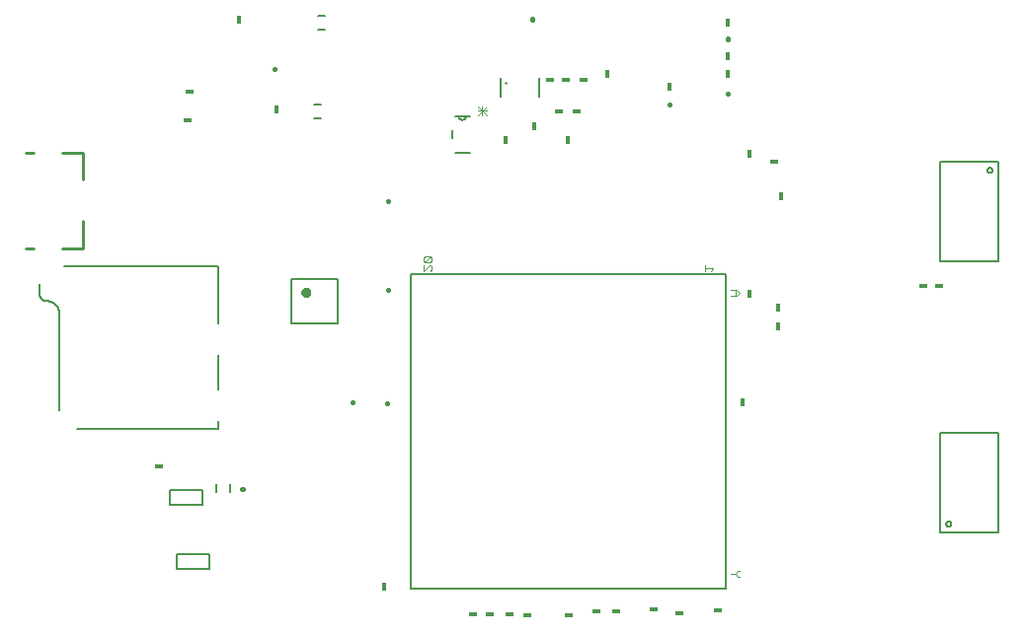
<source format=gbo>
G75*
%MOIN*%
%OFA0B0*%
%FSLAX25Y25*%
%IPPOS*%
%LPD*%
%AMOC8*
5,1,8,0,0,1.08239X$1,22.5*
%
%ADD10C,0.02400*%
%ADD11C,0.00500*%
%ADD12C,0.01600*%
%ADD13C,0.00600*%
%ADD14C,0.00800*%
%ADD15C,0.01000*%
%ADD16R,0.01600X0.02800*%
%ADD17R,0.02800X0.01600*%
%ADD18R,0.01800X0.03000*%
%ADD19C,0.00400*%
%ADD20C,0.00300*%
D10*
X0116822Y0128820D02*
X0116824Y0128864D01*
X0116830Y0128908D01*
X0116840Y0128951D01*
X0116853Y0128993D01*
X0116871Y0129033D01*
X0116892Y0129072D01*
X0116916Y0129109D01*
X0116943Y0129144D01*
X0116974Y0129176D01*
X0117007Y0129205D01*
X0117043Y0129231D01*
X0117081Y0129253D01*
X0117121Y0129272D01*
X0117162Y0129288D01*
X0117205Y0129300D01*
X0117248Y0129308D01*
X0117292Y0129312D01*
X0117336Y0129312D01*
X0117380Y0129308D01*
X0117423Y0129300D01*
X0117466Y0129288D01*
X0117507Y0129272D01*
X0117547Y0129253D01*
X0117585Y0129231D01*
X0117621Y0129205D01*
X0117654Y0129176D01*
X0117685Y0129144D01*
X0117712Y0129109D01*
X0117736Y0129072D01*
X0117757Y0129033D01*
X0117775Y0128993D01*
X0117788Y0128951D01*
X0117798Y0128908D01*
X0117804Y0128864D01*
X0117806Y0128820D01*
X0117804Y0128776D01*
X0117798Y0128732D01*
X0117788Y0128689D01*
X0117775Y0128647D01*
X0117757Y0128607D01*
X0117736Y0128568D01*
X0117712Y0128531D01*
X0117685Y0128496D01*
X0117654Y0128464D01*
X0117621Y0128435D01*
X0117585Y0128409D01*
X0117547Y0128387D01*
X0117507Y0128368D01*
X0117466Y0128352D01*
X0117423Y0128340D01*
X0117380Y0128332D01*
X0117336Y0128328D01*
X0117292Y0128328D01*
X0117248Y0128332D01*
X0117205Y0128340D01*
X0117162Y0128352D01*
X0117121Y0128368D01*
X0117081Y0128387D01*
X0117043Y0128409D01*
X0117007Y0128435D01*
X0116974Y0128464D01*
X0116943Y0128496D01*
X0116916Y0128531D01*
X0116892Y0128568D01*
X0116871Y0128607D01*
X0116853Y0128647D01*
X0116840Y0128689D01*
X0116830Y0128732D01*
X0116824Y0128776D01*
X0116822Y0128820D01*
X0116824Y0128864D01*
X0116830Y0128908D01*
X0116840Y0128951D01*
X0116853Y0128993D01*
X0116871Y0129033D01*
X0116892Y0129072D01*
X0116916Y0129109D01*
X0116943Y0129144D01*
X0116974Y0129176D01*
X0117007Y0129205D01*
X0117043Y0129231D01*
X0117081Y0129253D01*
X0117121Y0129272D01*
X0117162Y0129288D01*
X0117205Y0129300D01*
X0117248Y0129308D01*
X0117292Y0129312D01*
X0117336Y0129312D01*
X0117380Y0129308D01*
X0117423Y0129300D01*
X0117466Y0129288D01*
X0117507Y0129272D01*
X0117547Y0129253D01*
X0117585Y0129231D01*
X0117621Y0129205D01*
X0117654Y0129176D01*
X0117685Y0129144D01*
X0117712Y0129109D01*
X0117736Y0129072D01*
X0117757Y0129033D01*
X0117775Y0128993D01*
X0117788Y0128951D01*
X0117798Y0128908D01*
X0117804Y0128864D01*
X0117806Y0128820D01*
X0117804Y0128776D01*
X0117798Y0128732D01*
X0117788Y0128689D01*
X0117775Y0128647D01*
X0117757Y0128607D01*
X0117736Y0128568D01*
X0117712Y0128531D01*
X0117685Y0128496D01*
X0117654Y0128464D01*
X0117621Y0128435D01*
X0117585Y0128409D01*
X0117547Y0128387D01*
X0117507Y0128368D01*
X0117466Y0128352D01*
X0117423Y0128340D01*
X0117380Y0128332D01*
X0117336Y0128328D01*
X0117292Y0128328D01*
X0117248Y0128332D01*
X0117205Y0128340D01*
X0117162Y0128352D01*
X0117121Y0128368D01*
X0117081Y0128387D01*
X0117043Y0128409D01*
X0117007Y0128435D01*
X0116974Y0128464D01*
X0116943Y0128496D01*
X0116916Y0128531D01*
X0116892Y0128568D01*
X0116871Y0128607D01*
X0116853Y0128647D01*
X0116840Y0128689D01*
X0116830Y0128732D01*
X0116824Y0128776D01*
X0116822Y0128820D01*
D11*
X0084917Y0035468D02*
X0073917Y0035468D01*
X0073917Y0040468D01*
X0084917Y0040468D01*
X0084917Y0035468D01*
X0082517Y0056968D02*
X0071517Y0056968D01*
X0071517Y0061968D01*
X0082517Y0061968D01*
X0082517Y0056968D01*
X0152867Y0028618D02*
X0259166Y0028618D01*
X0259166Y0134917D01*
X0152867Y0134917D01*
X0152867Y0028618D01*
X0128141Y0118486D02*
X0112393Y0118486D01*
X0112393Y0133250D01*
X0128141Y0133250D01*
X0128141Y0118486D01*
D12*
X0145267Y0129548D02*
X0145267Y0129788D01*
X0145267Y0159548D02*
X0145267Y0159788D01*
X0106867Y0204248D02*
X0106867Y0204488D01*
X0193867Y0221048D02*
X0193867Y0221288D01*
X0240067Y0192488D02*
X0240067Y0192248D01*
X0259867Y0195848D02*
X0259867Y0196088D01*
X0259867Y0214448D02*
X0259867Y0214688D01*
X0144917Y0091488D02*
X0144917Y0091248D01*
X0133017Y0091548D02*
X0133017Y0091788D01*
X0096037Y0062218D02*
X0095797Y0062218D01*
D13*
X0091679Y0061487D02*
X0091679Y0063849D01*
X0086954Y0063849D02*
X0086954Y0061487D01*
X0167817Y0176168D02*
X0172617Y0176168D01*
X0166817Y0180968D02*
X0166817Y0183568D01*
X0167817Y0188368D02*
X0172617Y0188368D01*
X0171417Y0188368D02*
X0171415Y0188299D01*
X0171409Y0188231D01*
X0171399Y0188163D01*
X0171386Y0188096D01*
X0171368Y0188030D01*
X0171347Y0187965D01*
X0171322Y0187901D01*
X0171294Y0187839D01*
X0171262Y0187778D01*
X0171227Y0187719D01*
X0171188Y0187663D01*
X0171146Y0187608D01*
X0171101Y0187557D01*
X0171053Y0187507D01*
X0171003Y0187461D01*
X0170950Y0187418D01*
X0170894Y0187377D01*
X0170837Y0187340D01*
X0170777Y0187307D01*
X0170715Y0187276D01*
X0170652Y0187250D01*
X0170588Y0187227D01*
X0170522Y0187207D01*
X0170455Y0187192D01*
X0170388Y0187180D01*
X0170320Y0187172D01*
X0170251Y0187168D01*
X0170183Y0187168D01*
X0170114Y0187172D01*
X0170046Y0187180D01*
X0169979Y0187192D01*
X0169912Y0187207D01*
X0169846Y0187227D01*
X0169782Y0187250D01*
X0169719Y0187276D01*
X0169657Y0187307D01*
X0169597Y0187340D01*
X0169540Y0187377D01*
X0169484Y0187418D01*
X0169431Y0187461D01*
X0169381Y0187507D01*
X0169333Y0187557D01*
X0169288Y0187608D01*
X0169246Y0187663D01*
X0169207Y0187719D01*
X0169172Y0187778D01*
X0169140Y0187839D01*
X0169112Y0187901D01*
X0169087Y0187965D01*
X0169066Y0188030D01*
X0169048Y0188096D01*
X0169035Y0188163D01*
X0169025Y0188231D01*
X0169019Y0188299D01*
X0169017Y0188368D01*
X0123648Y0217606D02*
X0121286Y0217606D01*
X0121286Y0222330D02*
X0123648Y0222330D01*
X0122448Y0192330D02*
X0120086Y0192330D01*
X0120086Y0187606D02*
X0122448Y0187606D01*
D14*
X0183217Y0195018D02*
X0183217Y0201418D01*
X0196217Y0201418D02*
X0196217Y0195018D01*
X0087667Y0137686D02*
X0087667Y0118394D01*
X0087667Y0107765D02*
X0087667Y0095954D01*
X0087667Y0085324D02*
X0087667Y0082568D01*
X0040029Y0082568D01*
X0034123Y0088867D02*
X0034123Y0121938D01*
X0034124Y0121937D02*
X0034119Y0122063D01*
X0034110Y0122188D01*
X0034097Y0122313D01*
X0034080Y0122437D01*
X0034060Y0122561D01*
X0034036Y0122684D01*
X0034008Y0122806D01*
X0033976Y0122927D01*
X0033940Y0123047D01*
X0033901Y0123166D01*
X0033858Y0123284D01*
X0033811Y0123400D01*
X0033761Y0123515D01*
X0033707Y0123629D01*
X0033649Y0123740D01*
X0033589Y0123850D01*
X0033524Y0123957D01*
X0033457Y0124063D01*
X0033386Y0124167D01*
X0033312Y0124268D01*
X0033235Y0124367D01*
X0033155Y0124464D01*
X0033072Y0124558D01*
X0032987Y0124649D01*
X0032898Y0124738D01*
X0032807Y0124823D01*
X0032713Y0124906D01*
X0032616Y0124986D01*
X0032517Y0125063D01*
X0032416Y0125137D01*
X0032312Y0125208D01*
X0032206Y0125275D01*
X0032099Y0125340D01*
X0031989Y0125400D01*
X0031878Y0125458D01*
X0031764Y0125512D01*
X0031649Y0125562D01*
X0031533Y0125609D01*
X0031415Y0125652D01*
X0031296Y0125691D01*
X0031176Y0125727D01*
X0031055Y0125759D01*
X0030933Y0125787D01*
X0030810Y0125811D01*
X0030686Y0125831D01*
X0030562Y0125848D01*
X0030437Y0125861D01*
X0030312Y0125870D01*
X0030186Y0125875D01*
X0030085Y0125869D01*
X0029985Y0125867D01*
X0029884Y0125869D01*
X0029784Y0125875D01*
X0029684Y0125885D01*
X0029584Y0125899D01*
X0029485Y0125917D01*
X0029387Y0125939D01*
X0029290Y0125964D01*
X0029193Y0125993D01*
X0029098Y0126026D01*
X0029005Y0126063D01*
X0028913Y0126104D01*
X0028822Y0126148D01*
X0028733Y0126195D01*
X0028647Y0126246D01*
X0028562Y0126300D01*
X0028479Y0126358D01*
X0028399Y0126418D01*
X0028322Y0126482D01*
X0028246Y0126549D01*
X0028174Y0126619D01*
X0028104Y0126691D01*
X0028037Y0126767D01*
X0027973Y0126844D01*
X0027913Y0126924D01*
X0027855Y0127007D01*
X0027801Y0127092D01*
X0027750Y0127178D01*
X0027703Y0127267D01*
X0027659Y0127358D01*
X0027618Y0127450D01*
X0027581Y0127543D01*
X0027548Y0127638D01*
X0027519Y0127735D01*
X0027494Y0127832D01*
X0027472Y0127930D01*
X0027454Y0128029D01*
X0027440Y0128129D01*
X0027430Y0128229D01*
X0027424Y0128329D01*
X0027422Y0128430D01*
X0027424Y0128530D01*
X0027430Y0128631D01*
X0027430Y0131780D01*
X0035698Y0137686D02*
X0087667Y0137686D01*
X0331474Y0139435D02*
X0351159Y0139435D01*
X0351159Y0172900D01*
X0331474Y0172900D01*
X0331474Y0139435D01*
X0347439Y0170168D02*
X0347441Y0170227D01*
X0347447Y0170285D01*
X0347457Y0170343D01*
X0347470Y0170400D01*
X0347488Y0170456D01*
X0347509Y0170511D01*
X0347533Y0170564D01*
X0347562Y0170615D01*
X0347593Y0170665D01*
X0347628Y0170712D01*
X0347666Y0170757D01*
X0347707Y0170799D01*
X0347750Y0170838D01*
X0347796Y0170875D01*
X0347845Y0170908D01*
X0347895Y0170938D01*
X0347947Y0170964D01*
X0348001Y0170987D01*
X0348057Y0171007D01*
X0348113Y0171022D01*
X0348171Y0171034D01*
X0348229Y0171042D01*
X0348288Y0171046D01*
X0348346Y0171046D01*
X0348405Y0171042D01*
X0348463Y0171034D01*
X0348521Y0171022D01*
X0348577Y0171007D01*
X0348633Y0170987D01*
X0348687Y0170964D01*
X0348739Y0170938D01*
X0348789Y0170908D01*
X0348838Y0170875D01*
X0348884Y0170838D01*
X0348927Y0170799D01*
X0348968Y0170757D01*
X0349006Y0170712D01*
X0349041Y0170665D01*
X0349072Y0170615D01*
X0349101Y0170564D01*
X0349125Y0170511D01*
X0349146Y0170456D01*
X0349164Y0170400D01*
X0349177Y0170343D01*
X0349187Y0170285D01*
X0349193Y0170227D01*
X0349195Y0170168D01*
X0349193Y0170109D01*
X0349187Y0170051D01*
X0349177Y0169993D01*
X0349164Y0169936D01*
X0349146Y0169880D01*
X0349125Y0169825D01*
X0349101Y0169772D01*
X0349072Y0169721D01*
X0349041Y0169671D01*
X0349006Y0169624D01*
X0348968Y0169579D01*
X0348927Y0169537D01*
X0348884Y0169498D01*
X0348838Y0169461D01*
X0348789Y0169428D01*
X0348739Y0169398D01*
X0348687Y0169372D01*
X0348633Y0169349D01*
X0348577Y0169329D01*
X0348521Y0169314D01*
X0348463Y0169302D01*
X0348405Y0169294D01*
X0348346Y0169290D01*
X0348288Y0169290D01*
X0348229Y0169294D01*
X0348171Y0169302D01*
X0348113Y0169314D01*
X0348057Y0169329D01*
X0348001Y0169349D01*
X0347947Y0169372D01*
X0347895Y0169398D01*
X0347845Y0169428D01*
X0347796Y0169461D01*
X0347750Y0169498D01*
X0347707Y0169537D01*
X0347666Y0169579D01*
X0347628Y0169624D01*
X0347593Y0169671D01*
X0347562Y0169721D01*
X0347533Y0169772D01*
X0347509Y0169825D01*
X0347488Y0169880D01*
X0347470Y0169936D01*
X0347457Y0169993D01*
X0347447Y0170051D01*
X0347441Y0170109D01*
X0347439Y0170168D01*
X0351209Y0081300D02*
X0331524Y0081300D01*
X0331524Y0047835D01*
X0351209Y0047835D01*
X0351209Y0081300D01*
X0333489Y0050568D02*
X0333491Y0050627D01*
X0333497Y0050685D01*
X0333507Y0050743D01*
X0333520Y0050800D01*
X0333538Y0050856D01*
X0333559Y0050911D01*
X0333583Y0050964D01*
X0333612Y0051015D01*
X0333643Y0051065D01*
X0333678Y0051112D01*
X0333716Y0051157D01*
X0333757Y0051199D01*
X0333800Y0051238D01*
X0333846Y0051275D01*
X0333895Y0051308D01*
X0333945Y0051338D01*
X0333997Y0051364D01*
X0334051Y0051387D01*
X0334107Y0051407D01*
X0334163Y0051422D01*
X0334221Y0051434D01*
X0334279Y0051442D01*
X0334338Y0051446D01*
X0334396Y0051446D01*
X0334455Y0051442D01*
X0334513Y0051434D01*
X0334571Y0051422D01*
X0334627Y0051407D01*
X0334683Y0051387D01*
X0334737Y0051364D01*
X0334789Y0051338D01*
X0334839Y0051308D01*
X0334888Y0051275D01*
X0334934Y0051238D01*
X0334977Y0051199D01*
X0335018Y0051157D01*
X0335056Y0051112D01*
X0335091Y0051065D01*
X0335122Y0051015D01*
X0335151Y0050964D01*
X0335175Y0050911D01*
X0335196Y0050856D01*
X0335214Y0050800D01*
X0335227Y0050743D01*
X0335237Y0050685D01*
X0335243Y0050627D01*
X0335245Y0050568D01*
X0335243Y0050509D01*
X0335237Y0050451D01*
X0335227Y0050393D01*
X0335214Y0050336D01*
X0335196Y0050280D01*
X0335175Y0050225D01*
X0335151Y0050172D01*
X0335122Y0050121D01*
X0335091Y0050071D01*
X0335056Y0050024D01*
X0335018Y0049979D01*
X0334977Y0049937D01*
X0334934Y0049898D01*
X0334888Y0049861D01*
X0334839Y0049828D01*
X0334789Y0049798D01*
X0334737Y0049772D01*
X0334683Y0049749D01*
X0334627Y0049729D01*
X0334571Y0049714D01*
X0334513Y0049702D01*
X0334455Y0049694D01*
X0334396Y0049690D01*
X0334338Y0049690D01*
X0334279Y0049694D01*
X0334221Y0049702D01*
X0334163Y0049714D01*
X0334107Y0049729D01*
X0334051Y0049749D01*
X0333997Y0049772D01*
X0333945Y0049798D01*
X0333895Y0049828D01*
X0333846Y0049861D01*
X0333800Y0049898D01*
X0333757Y0049937D01*
X0333716Y0049979D01*
X0333678Y0050024D01*
X0333643Y0050071D01*
X0333612Y0050121D01*
X0333583Y0050172D01*
X0333559Y0050225D01*
X0333538Y0050280D01*
X0333520Y0050336D01*
X0333507Y0050393D01*
X0333497Y0050451D01*
X0333491Y0050509D01*
X0333489Y0050568D01*
D15*
X0184717Y0199718D02*
X0184717Y0199718D01*
X0184717Y0199718D01*
X0184717Y0199718D01*
X0184717Y0199718D01*
X0184717Y0199718D01*
X0184717Y0199718D01*
X0184717Y0199718D01*
X0184717Y0199718D01*
X0042128Y0176109D02*
X0042128Y0167054D01*
X0042128Y0176109D02*
X0035041Y0176109D01*
X0025592Y0176109D02*
X0022836Y0176109D01*
X0042128Y0152881D02*
X0042128Y0143826D01*
X0035041Y0143826D01*
X0025592Y0143826D02*
X0022836Y0143826D01*
D16*
X0094867Y0221168D03*
X0184867Y0180368D03*
X0194467Y0185168D03*
X0205867Y0180368D03*
X0219067Y0202568D03*
X0240067Y0198368D03*
X0259867Y0202568D03*
X0259867Y0208568D03*
X0259867Y0219968D03*
X0267067Y0175818D03*
X0277817Y0161418D03*
X0267117Y0128218D03*
X0276617Y0123818D03*
X0276617Y0117368D03*
X0264767Y0091518D03*
X0143767Y0029468D03*
D17*
X0173667Y0020168D03*
X0179367Y0020168D03*
X0185967Y0020168D03*
X0192067Y0019568D03*
X0206067Y0019568D03*
X0215517Y0020918D03*
X0222117Y0020918D03*
X0234667Y0021518D03*
X0243467Y0020468D03*
X0256367Y0021218D03*
X0325867Y0131168D03*
X0331267Y0131168D03*
X0275317Y0173118D03*
X0211267Y0200768D03*
X0205267Y0200768D03*
X0199767Y0200768D03*
X0202867Y0189968D03*
X0208867Y0189968D03*
X0078067Y0196568D03*
X0077467Y0186968D03*
X0067667Y0070068D03*
D18*
X0107467Y0190568D03*
D19*
X0157117Y0140502D02*
X0157117Y0139568D01*
X0157584Y0139101D01*
X0159452Y0140970D01*
X0157584Y0140970D01*
X0157117Y0140502D01*
X0157584Y0139101D02*
X0159452Y0139101D01*
X0159919Y0139568D01*
X0159919Y0140502D01*
X0159452Y0140970D01*
X0159452Y0138023D02*
X0159919Y0137556D01*
X0159919Y0136622D01*
X0159452Y0136155D01*
X0159452Y0138023D02*
X0158985Y0138023D01*
X0157117Y0136155D01*
X0157117Y0138023D01*
X0252117Y0138023D02*
X0252117Y0136155D01*
X0252117Y0137089D02*
X0254919Y0137089D01*
X0253985Y0136155D01*
X0260904Y0129613D02*
X0262772Y0129613D01*
X0263706Y0128679D01*
X0262772Y0127744D01*
X0260904Y0127744D01*
X0262305Y0127744D02*
X0262305Y0129613D01*
X0263239Y0034613D02*
X0263706Y0034613D01*
X0263239Y0034613D02*
X0262305Y0033679D01*
X0260904Y0033679D01*
X0262305Y0033679D02*
X0263239Y0032744D01*
X0263706Y0032744D01*
D20*
X0178467Y0188602D02*
X0175331Y0191738D01*
X0176899Y0191738D02*
X0176899Y0188602D01*
X0175331Y0188602D02*
X0178467Y0191738D01*
X0178467Y0190170D02*
X0175331Y0190170D01*
M02*

</source>
